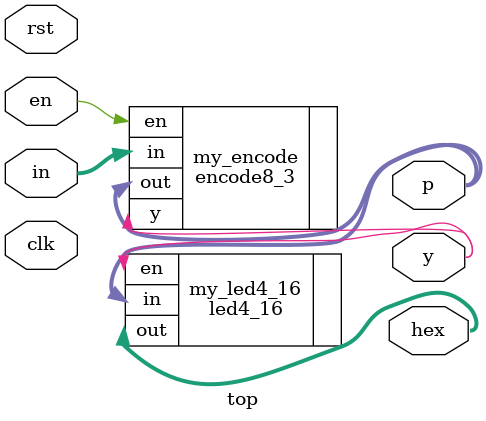
<source format=v>
module top(
    input [7:0] in,
    input en,clk,rst,
    output y,
    output reg [7:0] hex,
    output reg [2:0] p
);
    encode8_3 my_encode(
        .en(en),
        .in(in),
        .out(p),
        .y(y)
    );

    led4_16 my_led4_16(
        .en(y),
        .in(p),
        .out(hex)
    );

endmodule
</source>
